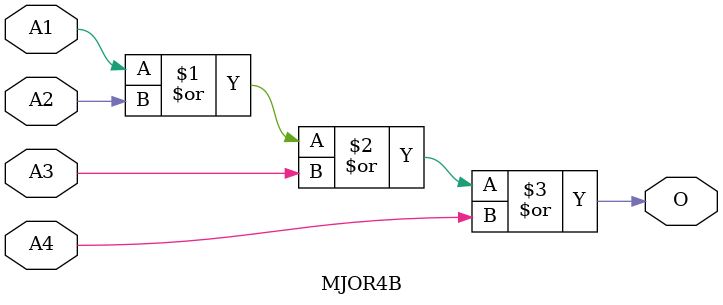
<source format=v>
module MJOR4B(A1, A2, A3, A4, O);
input   A1;
input   A2;
input   A3;
input   A4;
output  O;
or g0(O, A1, A2, A3, A4);
endmodule
</source>
